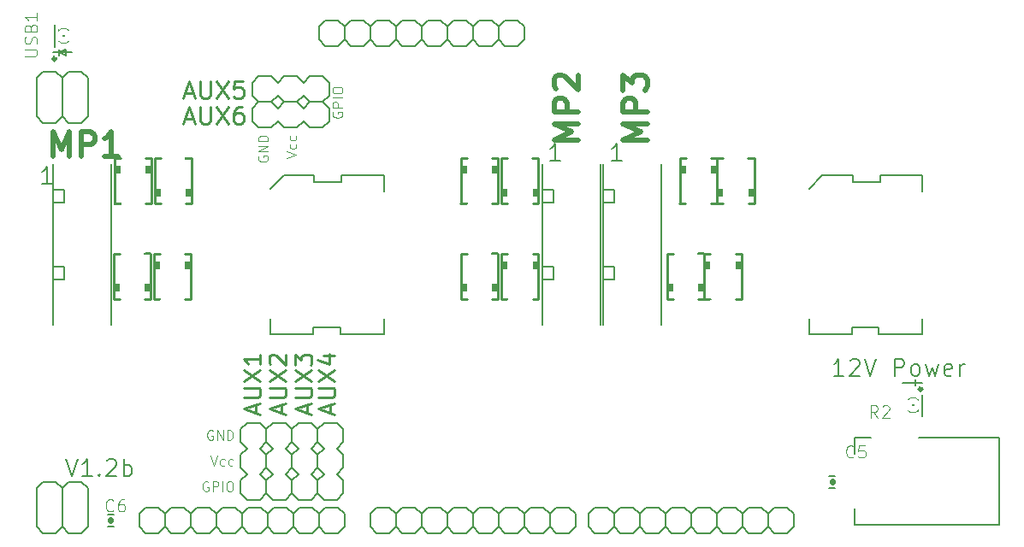
<source format=gto>
%TF.GenerationSoftware,KiCad,Pcbnew,5.1.10-88a1d61d58~90~ubuntu20.04.1*%
%TF.CreationDate,2021-08-01T14:30:54-04:00*%
%TF.ProjectId,MegaShield,4d656761-5368-4696-956c-642e6b696361,rev?*%
%TF.SameCoordinates,Original*%
%TF.FileFunction,Legend,Top*%
%TF.FilePolarity,Positive*%
%FSLAX46Y46*%
G04 Gerber Fmt 4.6, Leading zero omitted, Abs format (unit mm)*
G04 Created by KiCad (PCBNEW 5.1.10-88a1d61d58~90~ubuntu20.04.1) date 2021-08-01 14:30:54*
%MOMM*%
%LPD*%
G01*
G04 APERTURE LIST*
%ADD10C,0.266700*%
%ADD11C,0.142240*%
%ADD12C,0.508000*%
%ADD13C,0.101600*%
%ADD14C,0.152400*%
%ADD15C,0.304800*%
%ADD16C,0.127000*%
%ADD17C,0.100000*%
%ADD18C,0.203200*%
%ADD19C,0.254000*%
%ADD20C,0.558800*%
%ADD21C,0.096520*%
G04 APERTURE END LIST*
D10*
X124290566Y-118308511D02*
X124290566Y-117504178D01*
X124773166Y-118469378D02*
X123084066Y-117906345D01*
X124773166Y-117343311D01*
X123084066Y-116780278D02*
X124451433Y-116780278D01*
X124612300Y-116699845D01*
X124692733Y-116619411D01*
X124773166Y-116458545D01*
X124773166Y-116136811D01*
X124692733Y-115975945D01*
X124612300Y-115895511D01*
X124451433Y-115815078D01*
X123084066Y-115815078D01*
X123084066Y-115171611D02*
X124773166Y-114045545D01*
X123084066Y-114045545D02*
X124773166Y-115171611D01*
X124773166Y-112517311D02*
X124773166Y-113482511D01*
X124773166Y-112999911D02*
X123084066Y-112999911D01*
X123325366Y-113160778D01*
X123486233Y-113321645D01*
X123566666Y-113482511D01*
X126830566Y-118308511D02*
X126830566Y-117504178D01*
X127313166Y-118469378D02*
X125624066Y-117906345D01*
X127313166Y-117343311D01*
X125624066Y-116780278D02*
X126991433Y-116780278D01*
X127152300Y-116699845D01*
X127232733Y-116619411D01*
X127313166Y-116458545D01*
X127313166Y-116136811D01*
X127232733Y-115975945D01*
X127152300Y-115895511D01*
X126991433Y-115815078D01*
X125624066Y-115815078D01*
X125624066Y-115171611D02*
X127313166Y-114045545D01*
X125624066Y-114045545D02*
X127313166Y-115171611D01*
X125784933Y-113482511D02*
X125704500Y-113402078D01*
X125624066Y-113241211D01*
X125624066Y-112839045D01*
X125704500Y-112678178D01*
X125784933Y-112597745D01*
X125945800Y-112517311D01*
X126106666Y-112517311D01*
X126347966Y-112597745D01*
X127313166Y-113562945D01*
X127313166Y-112517311D01*
X129370566Y-118308511D02*
X129370566Y-117504178D01*
X129853166Y-118469378D02*
X128164066Y-117906345D01*
X129853166Y-117343311D01*
X128164066Y-116780278D02*
X129531433Y-116780278D01*
X129692300Y-116699845D01*
X129772733Y-116619411D01*
X129853166Y-116458545D01*
X129853166Y-116136811D01*
X129772733Y-115975945D01*
X129692300Y-115895511D01*
X129531433Y-115815078D01*
X128164066Y-115815078D01*
X128164066Y-115171611D02*
X129853166Y-114045545D01*
X128164066Y-114045545D02*
X129853166Y-115171611D01*
X128164066Y-113562945D02*
X128164066Y-112517311D01*
X128807533Y-113080345D01*
X128807533Y-112839045D01*
X128887966Y-112678178D01*
X128968400Y-112597745D01*
X129129266Y-112517311D01*
X129531433Y-112517311D01*
X129692300Y-112597745D01*
X129772733Y-112678178D01*
X129853166Y-112839045D01*
X129853166Y-113321645D01*
X129772733Y-113482511D01*
X129692300Y-113562945D01*
X131656566Y-118308511D02*
X131656566Y-117504178D01*
X132139166Y-118469378D02*
X130450066Y-117906345D01*
X132139166Y-117343311D01*
X130450066Y-116780278D02*
X131817433Y-116780278D01*
X131978300Y-116699845D01*
X132058733Y-116619411D01*
X132139166Y-116458545D01*
X132139166Y-116136811D01*
X132058733Y-115975945D01*
X131978300Y-115895511D01*
X131817433Y-115815078D01*
X130450066Y-115815078D01*
X130450066Y-115171611D02*
X132139166Y-114045545D01*
X130450066Y-114045545D02*
X132139166Y-115171611D01*
X131013100Y-112678178D02*
X132139166Y-112678178D01*
X130369633Y-113080345D02*
X131576133Y-113482511D01*
X131576133Y-112436878D01*
X117297311Y-89195666D02*
X118101645Y-89195666D01*
X117136445Y-89678266D02*
X117699478Y-87989166D01*
X118262511Y-89678266D01*
X118825545Y-87989166D02*
X118825545Y-89356533D01*
X118905978Y-89517400D01*
X118986411Y-89597833D01*
X119147278Y-89678266D01*
X119469011Y-89678266D01*
X119629878Y-89597833D01*
X119710311Y-89517400D01*
X119790745Y-89356533D01*
X119790745Y-87989166D01*
X120434211Y-87989166D02*
X121560278Y-89678266D01*
X121560278Y-87989166D02*
X120434211Y-89678266D01*
X122927645Y-87989166D02*
X122605911Y-87989166D01*
X122445045Y-88069600D01*
X122364611Y-88150033D01*
X122203745Y-88391333D01*
X122123311Y-88713066D01*
X122123311Y-89356533D01*
X122203745Y-89517400D01*
X122284178Y-89597833D01*
X122445045Y-89678266D01*
X122766778Y-89678266D01*
X122927645Y-89597833D01*
X123008078Y-89517400D01*
X123088511Y-89356533D01*
X123088511Y-88954366D01*
X123008078Y-88793500D01*
X122927645Y-88713066D01*
X122766778Y-88632633D01*
X122445045Y-88632633D01*
X122284178Y-88713066D01*
X122203745Y-88793500D01*
X122123311Y-88954366D01*
X117297311Y-86655666D02*
X118101645Y-86655666D01*
X117136445Y-87138266D02*
X117699478Y-85449166D01*
X118262511Y-87138266D01*
X118825545Y-85449166D02*
X118825545Y-86816533D01*
X118905978Y-86977400D01*
X118986411Y-87057833D01*
X119147278Y-87138266D01*
X119469011Y-87138266D01*
X119629878Y-87057833D01*
X119710311Y-86977400D01*
X119790745Y-86816533D01*
X119790745Y-85449166D01*
X120434211Y-85449166D02*
X121560278Y-87138266D01*
X121560278Y-85449166D02*
X120434211Y-87138266D01*
X123008078Y-85449166D02*
X122203745Y-85449166D01*
X122123311Y-86253500D01*
X122203745Y-86173066D01*
X122364611Y-86092633D01*
X122766778Y-86092633D01*
X122927645Y-86173066D01*
X123008078Y-86253500D01*
X123088511Y-86414366D01*
X123088511Y-86816533D01*
X123008078Y-86977400D01*
X122927645Y-87057833D01*
X122766778Y-87138266D01*
X122364611Y-87138266D01*
X122203745Y-87057833D01*
X122123311Y-86977400D01*
D11*
X105547318Y-122912198D02*
X106110352Y-124601298D01*
X106673385Y-122912198D01*
X108121185Y-124601298D02*
X107155985Y-124601298D01*
X107638585Y-124601298D02*
X107638585Y-122912198D01*
X107477718Y-123153498D01*
X107316852Y-123314365D01*
X107155985Y-123394798D01*
X108845085Y-124440432D02*
X108925518Y-124520865D01*
X108845085Y-124601298D01*
X108764652Y-124520865D01*
X108845085Y-124440432D01*
X108845085Y-124601298D01*
X109568985Y-123073065D02*
X109649418Y-122992632D01*
X109810285Y-122912198D01*
X110212452Y-122912198D01*
X110373318Y-122992632D01*
X110453752Y-123073065D01*
X110534185Y-123233932D01*
X110534185Y-123394798D01*
X110453752Y-123636098D01*
X109488552Y-124601298D01*
X110534185Y-124601298D01*
X111258085Y-124601298D02*
X111258085Y-122912198D01*
X111258085Y-123555665D02*
X111418952Y-123475232D01*
X111740685Y-123475232D01*
X111901552Y-123555665D01*
X111981985Y-123636098D01*
X112062418Y-123796965D01*
X112062418Y-124279565D01*
X111981985Y-124440432D01*
X111901552Y-124520865D01*
X111740685Y-124601298D01*
X111418952Y-124601298D01*
X111258085Y-124520865D01*
X182485264Y-114648098D02*
X181520064Y-114648098D01*
X182002664Y-114648098D02*
X182002664Y-112958998D01*
X181841797Y-113200298D01*
X181680931Y-113361165D01*
X181520064Y-113441598D01*
X183128731Y-113119865D02*
X183209164Y-113039432D01*
X183370031Y-112958998D01*
X183772197Y-112958998D01*
X183933064Y-113039432D01*
X184013497Y-113119865D01*
X184093931Y-113280732D01*
X184093931Y-113441598D01*
X184013497Y-113682898D01*
X183048297Y-114648098D01*
X184093931Y-114648098D01*
X184576531Y-112958998D02*
X185139564Y-114648098D01*
X185702597Y-112958998D01*
X187552564Y-114648098D02*
X187552564Y-112958998D01*
X188196031Y-112958998D01*
X188356897Y-113039432D01*
X188437331Y-113119865D01*
X188517764Y-113280732D01*
X188517764Y-113522032D01*
X188437331Y-113682898D01*
X188356897Y-113763332D01*
X188196031Y-113843765D01*
X187552564Y-113843765D01*
X189482964Y-114648098D02*
X189322097Y-114567665D01*
X189241664Y-114487232D01*
X189161231Y-114326365D01*
X189161231Y-113843765D01*
X189241664Y-113682898D01*
X189322097Y-113602465D01*
X189482964Y-113522032D01*
X189724264Y-113522032D01*
X189885131Y-113602465D01*
X189965564Y-113682898D01*
X190045997Y-113843765D01*
X190045997Y-114326365D01*
X189965564Y-114487232D01*
X189885131Y-114567665D01*
X189724264Y-114648098D01*
X189482964Y-114648098D01*
X190609031Y-113522032D02*
X190930764Y-114648098D01*
X191252497Y-113843765D01*
X191574231Y-114648098D01*
X191895964Y-113522032D01*
X193182897Y-114567665D02*
X193022031Y-114648098D01*
X192700297Y-114648098D01*
X192539431Y-114567665D01*
X192458997Y-114406798D01*
X192458997Y-113763332D01*
X192539431Y-113602465D01*
X192700297Y-113522032D01*
X193022031Y-113522032D01*
X193182897Y-113602465D01*
X193263331Y-113763332D01*
X193263331Y-113924198D01*
X192458997Y-114085065D01*
X193987231Y-114648098D02*
X193987231Y-113522032D01*
X193987231Y-113843765D02*
X194067664Y-113682898D01*
X194148097Y-113602465D01*
X194308964Y-113522032D01*
X194469831Y-113522032D01*
D12*
X104270988Y-92885111D02*
X104270988Y-90472111D01*
X105075322Y-92195682D01*
X105879655Y-90472111D01*
X105879655Y-92885111D01*
X107028703Y-92885111D02*
X107028703Y-90472111D01*
X107947941Y-90472111D01*
X108177750Y-90587016D01*
X108292655Y-90701920D01*
X108407560Y-90931730D01*
X108407560Y-91276444D01*
X108292655Y-91506254D01*
X108177750Y-91621158D01*
X107947941Y-91736063D01*
X107028703Y-91736063D01*
X110705655Y-92885111D02*
X109326798Y-92885111D01*
X110016226Y-92885111D02*
X110016226Y-90472111D01*
X109786417Y-90816825D01*
X109556607Y-91046635D01*
X109326798Y-91161539D01*
X156247388Y-91273598D02*
X153834388Y-91273598D01*
X155557959Y-90469264D01*
X153834388Y-89664931D01*
X156247388Y-89664931D01*
X156247388Y-88515883D02*
X153834388Y-88515883D01*
X153834388Y-87596645D01*
X153949293Y-87366836D01*
X154064197Y-87251931D01*
X154294007Y-87137026D01*
X154638721Y-87137026D01*
X154868531Y-87251931D01*
X154983435Y-87366836D01*
X155098340Y-87596645D01*
X155098340Y-88515883D01*
X154064197Y-86217788D02*
X153949293Y-86102883D01*
X153834388Y-85873074D01*
X153834388Y-85298550D01*
X153949293Y-85068741D01*
X154064197Y-84953836D01*
X154294007Y-84838931D01*
X154523816Y-84838931D01*
X154868531Y-84953836D01*
X156247388Y-86332693D01*
X156247388Y-84838931D01*
X163062585Y-91290433D02*
X160649585Y-91290433D01*
X162373156Y-90486099D01*
X160649585Y-89681766D01*
X163062585Y-89681766D01*
X163062585Y-88532718D02*
X160649585Y-88532718D01*
X160649585Y-87613480D01*
X160764490Y-87383671D01*
X160879394Y-87268766D01*
X161109204Y-87153861D01*
X161453918Y-87153861D01*
X161683728Y-87268766D01*
X161798632Y-87383671D01*
X161913537Y-87613480D01*
X161913537Y-88532718D01*
X160649585Y-86349528D02*
X160649585Y-84855766D01*
X161568823Y-85660099D01*
X161568823Y-85315385D01*
X161683728Y-85085576D01*
X161798632Y-84970671D01*
X162028442Y-84855766D01*
X162602966Y-84855766D01*
X162832775Y-84970671D01*
X162947680Y-85085576D01*
X163062585Y-85315385D01*
X163062585Y-86004814D01*
X162947680Y-86234623D01*
X162832775Y-86349528D01*
D11*
X104134989Y-95609166D02*
X103169789Y-95609166D01*
X103652389Y-95609166D02*
X103652389Y-93920066D01*
X103491522Y-94161366D01*
X103330656Y-94322233D01*
X103169789Y-94402666D01*
X160522989Y-93323166D02*
X159557789Y-93323166D01*
X160040389Y-93323166D02*
X160040389Y-91634066D01*
X159879522Y-91875366D01*
X159718656Y-92036233D01*
X159557789Y-92116666D01*
X154426989Y-93323166D02*
X153461789Y-93323166D01*
X153944389Y-93323166D02*
X153944389Y-91634066D01*
X153783522Y-91875366D01*
X153622656Y-92036233D01*
X153461789Y-92116666D01*
D13*
X124599600Y-92881811D02*
X124553638Y-92973735D01*
X124553638Y-93111620D01*
X124599600Y-93249506D01*
X124691523Y-93341430D01*
X124783447Y-93387392D01*
X124967295Y-93433354D01*
X125105180Y-93433354D01*
X125289028Y-93387392D01*
X125380952Y-93341430D01*
X125472876Y-93249506D01*
X125518838Y-93111620D01*
X125518838Y-93019697D01*
X125472876Y-92881811D01*
X125426914Y-92835849D01*
X125105180Y-92835849D01*
X125105180Y-93019697D01*
X125518838Y-92422192D02*
X124553638Y-92422192D01*
X125518838Y-91870649D01*
X124553638Y-91870649D01*
X125518838Y-91411030D02*
X124553638Y-91411030D01*
X124553638Y-91181220D01*
X124599600Y-91043335D01*
X124691523Y-90951411D01*
X124783447Y-90905449D01*
X124967295Y-90859487D01*
X125105180Y-90859487D01*
X125289028Y-90905449D01*
X125380952Y-90951411D01*
X125472876Y-91043335D01*
X125518838Y-91181220D01*
X125518838Y-91411030D01*
X127347638Y-93065659D02*
X128312838Y-92743925D01*
X127347638Y-92422192D01*
X128266876Y-91686801D02*
X128312838Y-91778725D01*
X128312838Y-91962573D01*
X128266876Y-92054497D01*
X128220914Y-92100459D01*
X128128990Y-92146420D01*
X127853219Y-92146420D01*
X127761295Y-92100459D01*
X127715333Y-92054497D01*
X127669371Y-91962573D01*
X127669371Y-91778725D01*
X127715333Y-91686801D01*
X128266876Y-90859487D02*
X128312838Y-90951411D01*
X128312838Y-91135259D01*
X128266876Y-91227182D01*
X128220914Y-91273144D01*
X128128990Y-91319106D01*
X127853219Y-91319106D01*
X127761295Y-91273144D01*
X127715333Y-91227182D01*
X127669371Y-91135259D01*
X127669371Y-90951411D01*
X127715333Y-90859487D01*
X120041388Y-120073600D02*
X119949464Y-120027638D01*
X119811579Y-120027638D01*
X119673693Y-120073600D01*
X119581769Y-120165523D01*
X119535807Y-120257447D01*
X119489845Y-120441295D01*
X119489845Y-120579180D01*
X119535807Y-120763028D01*
X119581769Y-120854952D01*
X119673693Y-120946876D01*
X119811579Y-120992838D01*
X119903502Y-120992838D01*
X120041388Y-120946876D01*
X120087350Y-120900914D01*
X120087350Y-120579180D01*
X119903502Y-120579180D01*
X120501007Y-120992838D02*
X120501007Y-120027638D01*
X121052550Y-120992838D01*
X121052550Y-120027638D01*
X121512169Y-120992838D02*
X121512169Y-120027638D01*
X121741979Y-120027638D01*
X121879864Y-120073600D01*
X121971788Y-120165523D01*
X122017750Y-120257447D01*
X122063712Y-120441295D01*
X122063712Y-120579180D01*
X122017750Y-120763028D01*
X121971788Y-120854952D01*
X121879864Y-120946876D01*
X121741979Y-120992838D01*
X121512169Y-120992838D01*
X119857540Y-122567638D02*
X120179274Y-123532838D01*
X120501007Y-122567638D01*
X121236398Y-123486876D02*
X121144474Y-123532838D01*
X120960626Y-123532838D01*
X120868702Y-123486876D01*
X120822740Y-123440914D01*
X120776779Y-123348990D01*
X120776779Y-123073219D01*
X120822740Y-122981295D01*
X120868702Y-122935333D01*
X120960626Y-122889371D01*
X121144474Y-122889371D01*
X121236398Y-122935333D01*
X122063712Y-123486876D02*
X121971788Y-123532838D01*
X121787940Y-123532838D01*
X121696017Y-123486876D01*
X121650055Y-123440914D01*
X121604093Y-123348990D01*
X121604093Y-123073219D01*
X121650055Y-122981295D01*
X121696017Y-122935333D01*
X121787940Y-122889371D01*
X121971788Y-122889371D01*
X122063712Y-122935333D01*
X119581769Y-125153600D02*
X119489845Y-125107638D01*
X119351960Y-125107638D01*
X119214074Y-125153600D01*
X119122150Y-125245523D01*
X119076188Y-125337447D01*
X119030226Y-125521295D01*
X119030226Y-125659180D01*
X119076188Y-125843028D01*
X119122150Y-125934952D01*
X119214074Y-126026876D01*
X119351960Y-126072838D01*
X119443883Y-126072838D01*
X119581769Y-126026876D01*
X119627731Y-125980914D01*
X119627731Y-125659180D01*
X119443883Y-125659180D01*
X120041388Y-126072838D02*
X120041388Y-125107638D01*
X120409083Y-125107638D01*
X120501007Y-125153600D01*
X120546969Y-125199561D01*
X120592931Y-125291485D01*
X120592931Y-125429371D01*
X120546969Y-125521295D01*
X120501007Y-125567257D01*
X120409083Y-125613219D01*
X120041388Y-125613219D01*
X121006588Y-126072838D02*
X121006588Y-125107638D01*
X121650055Y-125107638D02*
X121833902Y-125107638D01*
X121925826Y-125153600D01*
X122017750Y-125245523D01*
X122063712Y-125429371D01*
X122063712Y-125751104D01*
X122017750Y-125934952D01*
X121925826Y-126026876D01*
X121833902Y-126072838D01*
X121650055Y-126072838D01*
X121558131Y-126026876D01*
X121466207Y-125934952D01*
X121420245Y-125751104D01*
X121420245Y-125429371D01*
X121466207Y-125245523D01*
X121558131Y-125153600D01*
X121650055Y-125107638D01*
X131965600Y-88515430D02*
X131919638Y-88607354D01*
X131919638Y-88745240D01*
X131965600Y-88883125D01*
X132057523Y-88975049D01*
X132149447Y-89021011D01*
X132333295Y-89066973D01*
X132471180Y-89066973D01*
X132655028Y-89021011D01*
X132746952Y-88975049D01*
X132838876Y-88883125D01*
X132884838Y-88745240D01*
X132884838Y-88653316D01*
X132838876Y-88515430D01*
X132792914Y-88469468D01*
X132471180Y-88469468D01*
X132471180Y-88653316D01*
X132884838Y-88055811D02*
X131919638Y-88055811D01*
X131919638Y-87688116D01*
X131965600Y-87596192D01*
X132011561Y-87550230D01*
X132103485Y-87504268D01*
X132241371Y-87504268D01*
X132333295Y-87550230D01*
X132379257Y-87596192D01*
X132425219Y-87688116D01*
X132425219Y-88055811D01*
X132884838Y-87090611D02*
X131919638Y-87090611D01*
X131919638Y-86447144D02*
X131919638Y-86263297D01*
X131965600Y-86171373D01*
X132057523Y-86079449D01*
X132241371Y-86033487D01*
X132563104Y-86033487D01*
X132746952Y-86079449D01*
X132838876Y-86171373D01*
X132884838Y-86263297D01*
X132884838Y-86447144D01*
X132838876Y-86539068D01*
X132746952Y-86630992D01*
X132563104Y-86676954D01*
X132241371Y-86676954D01*
X132057523Y-86630992D01*
X131965600Y-86539068D01*
X131919638Y-86447144D01*
D14*
X190258600Y-115311100D02*
X189623600Y-115311100D01*
X189623600Y-114993600D02*
X189623600Y-115311100D01*
X189623600Y-115311100D02*
X189623600Y-115628600D01*
X189623600Y-115311100D02*
X188353600Y-115311100D01*
D15*
X190252250Y-115946100D02*
G75*
G03*
X190252250Y-115946100I-152400J0D01*
G01*
D14*
X104216100Y-82608600D02*
X104851100Y-82608600D01*
X104851100Y-82291100D02*
X104851100Y-82608600D01*
X104851100Y-82608600D02*
X104851100Y-82926100D01*
X104851100Y-82608600D02*
X105486100Y-82291100D01*
X105486100Y-82291100D02*
X105486100Y-82926100D01*
X104851100Y-82608600D02*
X105486100Y-82926100D01*
X104851100Y-82608600D02*
X106121100Y-82608600D01*
D15*
X104527250Y-83243600D02*
G75*
G03*
X104527250Y-83243600I-152400J0D01*
G01*
D14*
%TO.C,PWML1*%
X155333600Y-130233600D02*
X154063600Y-130233600D01*
X153428600Y-129598600D02*
X154063600Y-130233600D01*
X154063600Y-127693600D02*
X153428600Y-128328600D01*
X155968600Y-129598600D02*
X155333600Y-130233600D01*
X155968600Y-128328600D02*
X155968600Y-129598600D01*
X155333600Y-127693600D02*
X155968600Y-128328600D01*
X154063600Y-127693600D02*
X155333600Y-127693600D01*
X137553600Y-130233600D02*
X136283600Y-130233600D01*
X135648600Y-129598600D02*
X136283600Y-130233600D01*
X136283600Y-127693600D02*
X135648600Y-128328600D01*
X135648600Y-128328600D02*
X135648600Y-129598600D01*
X138823600Y-130233600D02*
X138188600Y-129598600D01*
X140093600Y-130233600D02*
X138823600Y-130233600D01*
X140728600Y-129598600D02*
X140093600Y-130233600D01*
X140728600Y-128328600D02*
X140728600Y-129598600D01*
X140093600Y-127693600D02*
X140728600Y-128328600D01*
X138823600Y-127693600D02*
X140093600Y-127693600D01*
X138188600Y-128328600D02*
X138823600Y-127693600D01*
X138188600Y-129598600D02*
X137553600Y-130233600D01*
X138188600Y-128328600D02*
X138188600Y-129598600D01*
X137553600Y-127693600D02*
X138188600Y-128328600D01*
X136283600Y-127693600D02*
X137553600Y-127693600D01*
X145173600Y-130233600D02*
X143903600Y-130233600D01*
X143268600Y-129598600D02*
X143903600Y-130233600D01*
X143903600Y-127693600D02*
X143268600Y-128328600D01*
X141363600Y-130233600D02*
X140728600Y-129598600D01*
X142633600Y-130233600D02*
X141363600Y-130233600D01*
X143268600Y-129598600D02*
X142633600Y-130233600D01*
X143268600Y-128328600D02*
X143268600Y-129598600D01*
X142633600Y-127693600D02*
X143268600Y-128328600D01*
X141363600Y-127693600D02*
X142633600Y-127693600D01*
X140728600Y-128328600D02*
X141363600Y-127693600D01*
X146443600Y-130233600D02*
X145808600Y-129598600D01*
X147713600Y-130233600D02*
X146443600Y-130233600D01*
X148348600Y-129598600D02*
X147713600Y-130233600D01*
X148348600Y-128328600D02*
X148348600Y-129598600D01*
X147713600Y-127693600D02*
X148348600Y-128328600D01*
X146443600Y-127693600D02*
X147713600Y-127693600D01*
X145808600Y-128328600D02*
X146443600Y-127693600D01*
X145808600Y-129598600D02*
X145173600Y-130233600D01*
X145808600Y-128328600D02*
X145808600Y-129598600D01*
X145173600Y-127693600D02*
X145808600Y-128328600D01*
X143903600Y-127693600D02*
X145173600Y-127693600D01*
X152793600Y-130233600D02*
X151523600Y-130233600D01*
X150888600Y-129598600D02*
X151523600Y-130233600D01*
X151523600Y-127693600D02*
X150888600Y-128328600D01*
X148983600Y-130233600D02*
X148348600Y-129598600D01*
X150253600Y-130233600D02*
X148983600Y-130233600D01*
X150888600Y-129598600D02*
X150253600Y-130233600D01*
X150888600Y-128328600D02*
X150888600Y-129598600D01*
X150253600Y-127693600D02*
X150888600Y-128328600D01*
X148983600Y-127693600D02*
X150253600Y-127693600D01*
X148348600Y-128328600D02*
X148983600Y-127693600D01*
X153428600Y-129598600D02*
X152793600Y-130233600D01*
X153428600Y-128328600D02*
X153428600Y-129598600D01*
X152793600Y-127693600D02*
X153428600Y-128328600D01*
X151523600Y-127693600D02*
X152793600Y-127693600D01*
%TO.C,PWMH1*%
X176923600Y-130233600D02*
X175653600Y-130233600D01*
X175018600Y-129598600D02*
X175653600Y-130233600D01*
X175653600Y-127693600D02*
X175018600Y-128328600D01*
X177558600Y-129598600D02*
X176923600Y-130233600D01*
X177558600Y-128328600D02*
X177558600Y-129598600D01*
X176923600Y-127693600D02*
X177558600Y-128328600D01*
X175653600Y-127693600D02*
X176923600Y-127693600D01*
X159143600Y-130233600D02*
X157873600Y-130233600D01*
X157238600Y-129598600D02*
X157873600Y-130233600D01*
X157873600Y-127693600D02*
X157238600Y-128328600D01*
X157238600Y-128328600D02*
X157238600Y-129598600D01*
X160413600Y-130233600D02*
X159778600Y-129598600D01*
X161683600Y-130233600D02*
X160413600Y-130233600D01*
X162318600Y-129598600D02*
X161683600Y-130233600D01*
X162318600Y-128328600D02*
X162318600Y-129598600D01*
X161683600Y-127693600D02*
X162318600Y-128328600D01*
X160413600Y-127693600D02*
X161683600Y-127693600D01*
X159778600Y-128328600D02*
X160413600Y-127693600D01*
X159778600Y-129598600D02*
X159143600Y-130233600D01*
X159778600Y-128328600D02*
X159778600Y-129598600D01*
X159143600Y-127693600D02*
X159778600Y-128328600D01*
X157873600Y-127693600D02*
X159143600Y-127693600D01*
X166763600Y-130233600D02*
X165493600Y-130233600D01*
X164858600Y-129598600D02*
X165493600Y-130233600D01*
X165493600Y-127693600D02*
X164858600Y-128328600D01*
X162953600Y-130233600D02*
X162318600Y-129598600D01*
X164223600Y-130233600D02*
X162953600Y-130233600D01*
X164858600Y-129598600D02*
X164223600Y-130233600D01*
X164858600Y-128328600D02*
X164858600Y-129598600D01*
X164223600Y-127693600D02*
X164858600Y-128328600D01*
X162953600Y-127693600D02*
X164223600Y-127693600D01*
X162318600Y-128328600D02*
X162953600Y-127693600D01*
X168033600Y-130233600D02*
X167398600Y-129598600D01*
X169303600Y-130233600D02*
X168033600Y-130233600D01*
X169938600Y-129598600D02*
X169303600Y-130233600D01*
X169938600Y-128328600D02*
X169938600Y-129598600D01*
X169303600Y-127693600D02*
X169938600Y-128328600D01*
X168033600Y-127693600D02*
X169303600Y-127693600D01*
X167398600Y-128328600D02*
X168033600Y-127693600D01*
X167398600Y-129598600D02*
X166763600Y-130233600D01*
X167398600Y-128328600D02*
X167398600Y-129598600D01*
X166763600Y-127693600D02*
X167398600Y-128328600D01*
X165493600Y-127693600D02*
X166763600Y-127693600D01*
X174383600Y-130233600D02*
X173113600Y-130233600D01*
X172478600Y-129598600D02*
X173113600Y-130233600D01*
X173113600Y-127693600D02*
X172478600Y-128328600D01*
X170573600Y-130233600D02*
X169938600Y-129598600D01*
X171843600Y-130233600D02*
X170573600Y-130233600D01*
X172478600Y-129598600D02*
X171843600Y-130233600D01*
X172478600Y-128328600D02*
X172478600Y-129598600D01*
X171843600Y-127693600D02*
X172478600Y-128328600D01*
X170573600Y-127693600D02*
X171843600Y-127693600D01*
X169938600Y-128328600D02*
X170573600Y-127693600D01*
X175018600Y-129598600D02*
X174383600Y-130233600D01*
X175018600Y-128328600D02*
X175018600Y-129598600D01*
X174383600Y-127693600D02*
X175018600Y-128328600D01*
X173113600Y-127693600D02*
X174383600Y-127693600D01*
%TO.C,COMMUNICATION2*%
X132473600Y-130233600D02*
X131203600Y-130233600D01*
X130568600Y-129598600D02*
X131203600Y-130233600D01*
X131203600Y-127693600D02*
X130568600Y-128328600D01*
X133108600Y-129598600D02*
X132473600Y-130233600D01*
X133108600Y-128328600D02*
X133108600Y-129598600D01*
X132473600Y-127693600D02*
X133108600Y-128328600D01*
X131203600Y-127693600D02*
X132473600Y-127693600D01*
X114693600Y-130233600D02*
X113423600Y-130233600D01*
X112788600Y-129598600D02*
X113423600Y-130233600D01*
X113423600Y-127693600D02*
X112788600Y-128328600D01*
X112788600Y-128328600D02*
X112788600Y-129598600D01*
X115963600Y-130233600D02*
X115328600Y-129598600D01*
X117233600Y-130233600D02*
X115963600Y-130233600D01*
X117868600Y-129598600D02*
X117233600Y-130233600D01*
X117868600Y-128328600D02*
X117868600Y-129598600D01*
X117233600Y-127693600D02*
X117868600Y-128328600D01*
X115963600Y-127693600D02*
X117233600Y-127693600D01*
X115328600Y-128328600D02*
X115963600Y-127693600D01*
X115328600Y-129598600D02*
X114693600Y-130233600D01*
X115328600Y-128328600D02*
X115328600Y-129598600D01*
X114693600Y-127693600D02*
X115328600Y-128328600D01*
X113423600Y-127693600D02*
X114693600Y-127693600D01*
X122313600Y-130233600D02*
X121043600Y-130233600D01*
X120408600Y-129598600D02*
X121043600Y-130233600D01*
X121043600Y-127693600D02*
X120408600Y-128328600D01*
X118503600Y-130233600D02*
X117868600Y-129598600D01*
X119773600Y-130233600D02*
X118503600Y-130233600D01*
X120408600Y-129598600D02*
X119773600Y-130233600D01*
X120408600Y-128328600D02*
X120408600Y-129598600D01*
X119773600Y-127693600D02*
X120408600Y-128328600D01*
X118503600Y-127693600D02*
X119773600Y-127693600D01*
X117868600Y-128328600D02*
X118503600Y-127693600D01*
X123583600Y-130233600D02*
X122948600Y-129598600D01*
X124853600Y-130233600D02*
X123583600Y-130233600D01*
X125488600Y-129598600D02*
X124853600Y-130233600D01*
X125488600Y-128328600D02*
X125488600Y-129598600D01*
X124853600Y-127693600D02*
X125488600Y-128328600D01*
X123583600Y-127693600D02*
X124853600Y-127693600D01*
X122948600Y-128328600D02*
X123583600Y-127693600D01*
X122948600Y-129598600D02*
X122313600Y-130233600D01*
X122948600Y-128328600D02*
X122948600Y-129598600D01*
X122313600Y-127693600D02*
X122948600Y-128328600D01*
X121043600Y-127693600D02*
X122313600Y-127693600D01*
X129933600Y-130233600D02*
X128663600Y-130233600D01*
X128028600Y-129598600D02*
X128663600Y-130233600D01*
X128663600Y-127693600D02*
X128028600Y-128328600D01*
X126123600Y-130233600D02*
X125488600Y-129598600D01*
X127393600Y-130233600D02*
X126123600Y-130233600D01*
X128028600Y-129598600D02*
X127393600Y-130233600D01*
X128028600Y-128328600D02*
X128028600Y-129598600D01*
X127393600Y-127693600D02*
X128028600Y-128328600D01*
X126123600Y-127693600D02*
X127393600Y-127693600D01*
X125488600Y-128328600D02*
X126123600Y-127693600D01*
X130568600Y-129598600D02*
X129933600Y-130233600D01*
X130568600Y-128328600D02*
X130568600Y-129598600D01*
X129933600Y-127693600D02*
X130568600Y-128328600D01*
X128663600Y-127693600D02*
X129933600Y-127693600D01*
D16*
%TO.C,USB1*%
X104451515Y-79879189D02*
X104451515Y-82034769D01*
D17*
G36*
X104867190Y-80271907D02*
G01*
X104717190Y-80271907D01*
X104717190Y-80521907D01*
X104867190Y-80521907D01*
X104867190Y-80271907D01*
G37*
G36*
X105417190Y-80871907D02*
G01*
X105217190Y-80871907D01*
X105217190Y-81071907D01*
X105417190Y-81071907D01*
X105417190Y-80871907D01*
G37*
D13*
X104767190Y-81471907D02*
G75*
G03*
X105867190Y-81471907I550000J500000D01*
G01*
X104767190Y-80471907D02*
G75*
G02*
X105867190Y-80471907I550000J-500000D01*
G01*
D18*
%TO.C,IC1*%
X136989465Y-110471350D02*
X136989465Y-108971350D01*
X125789465Y-110471350D02*
X125789465Y-108971350D01*
X136989465Y-94871350D02*
X136989465Y-96371350D01*
X129989465Y-109871350D02*
X129989465Y-110531350D01*
X132689465Y-109871350D02*
X129989465Y-109871350D01*
X132689465Y-110531350D02*
X132689465Y-109871350D01*
X129989465Y-110531350D02*
X125789465Y-110531350D01*
X136989465Y-110531350D02*
X132689465Y-110531350D01*
X132789465Y-94811350D02*
X136989465Y-94811350D01*
X132789465Y-95471350D02*
X132789465Y-94811350D01*
X130089465Y-95471350D02*
X132789465Y-95471350D01*
X130089465Y-94811350D02*
X130089465Y-95471350D01*
X127089465Y-94811350D02*
X130089465Y-94811350D01*
X125789465Y-96111350D02*
X127089465Y-94811350D01*
D17*
%TO.C,U$3*%
G36*
X110417065Y-93856150D02*
G01*
X110417065Y-94606150D01*
X110917065Y-94606150D01*
X110917065Y-93856150D01*
X110417065Y-93856150D01*
G37*
G36*
X113417065Y-93856150D02*
G01*
X113417065Y-94606150D01*
X113917065Y-94606150D01*
X113917065Y-93856150D01*
X113417065Y-93856150D01*
G37*
D19*
X113992065Y-97606150D02*
X113417065Y-97606150D01*
X110342065Y-93106150D02*
X110917065Y-93106150D01*
X113992065Y-93106150D02*
X113417065Y-93106150D01*
X110342065Y-97606150D02*
X110342065Y-93106150D01*
X113992065Y-93106150D02*
X113992065Y-97606150D01*
X110917065Y-97606150D02*
G75*
G03*
X110342065Y-97606150I-287500J-17297803D01*
G01*
D17*
%TO.C,U$4*%
G36*
X117871412Y-96856150D02*
G01*
X117871412Y-96106150D01*
X117371412Y-96106150D01*
X117371412Y-96856150D01*
X117871412Y-96856150D01*
G37*
G36*
X114871412Y-96856150D02*
G01*
X114871412Y-96106150D01*
X114371412Y-96106150D01*
X114371412Y-96856150D01*
X114871412Y-96856150D01*
G37*
D19*
X114296412Y-93106150D02*
X114871412Y-93106150D01*
X117946412Y-97606150D02*
X117371412Y-97606150D01*
X114296412Y-97606150D02*
X114871412Y-97606150D01*
X117946412Y-93106150D02*
X117946412Y-97606150D01*
X114296412Y-97606150D02*
X114296412Y-93106150D01*
X117371412Y-93106150D02*
G75*
G03*
X117946412Y-93106150I287500J17297803D01*
G01*
D17*
%TO.C,U$5*%
G36*
X113829228Y-106304950D02*
G01*
X113829228Y-105554950D01*
X113329228Y-105554950D01*
X113329228Y-106304950D01*
X113829228Y-106304950D01*
G37*
G36*
X110829228Y-106304950D02*
G01*
X110829228Y-105554950D01*
X110329228Y-105554950D01*
X110329228Y-106304950D01*
X110829228Y-106304950D01*
G37*
D19*
X110254228Y-102554950D02*
X110829228Y-102554950D01*
X113904228Y-107054950D02*
X113329228Y-107054950D01*
X110254228Y-107054950D02*
X110829228Y-107054950D01*
X113904228Y-102554950D02*
X113904228Y-107054950D01*
X110254228Y-107054950D02*
X110254228Y-102554950D01*
X113329228Y-102554950D02*
G75*
G03*
X113904228Y-102554950I287500J17297803D01*
G01*
D17*
%TO.C,U$6*%
G36*
X114314621Y-103304950D02*
G01*
X114314621Y-104054950D01*
X114814621Y-104054950D01*
X114814621Y-103304950D01*
X114314621Y-103304950D01*
G37*
G36*
X117314621Y-103304950D02*
G01*
X117314621Y-104054950D01*
X117814621Y-104054950D01*
X117814621Y-103304950D01*
X117314621Y-103304950D01*
G37*
D19*
X117889621Y-107054950D02*
X117314621Y-107054950D01*
X114239621Y-102554950D02*
X114814621Y-102554950D01*
X117889621Y-102554950D02*
X117314621Y-102554950D01*
X114239621Y-107054950D02*
X114239621Y-102554950D01*
X117889621Y-102554950D02*
X117889621Y-107054950D01*
X114814621Y-107054950D02*
G75*
G03*
X114239621Y-107054950I-287500J-17297803D01*
G01*
D17*
%TO.C,U$7*%
G36*
X148188340Y-106304950D02*
G01*
X148188340Y-105554950D01*
X147688340Y-105554950D01*
X147688340Y-106304950D01*
X148188340Y-106304950D01*
G37*
G36*
X145188340Y-106304950D02*
G01*
X145188340Y-105554950D01*
X144688340Y-105554950D01*
X144688340Y-106304950D01*
X145188340Y-106304950D01*
G37*
D19*
X144613340Y-102554950D02*
X145188340Y-102554950D01*
X148263340Y-107054950D02*
X147688340Y-107054950D01*
X144613340Y-107054950D02*
X145188340Y-107054950D01*
X148263340Y-102554950D02*
X148263340Y-107054950D01*
X144613340Y-107054950D02*
X144613340Y-102554950D01*
X147688340Y-102554950D02*
G75*
G03*
X148263340Y-102554950I287500J17297803D01*
G01*
D17*
%TO.C,U$8*%
G36*
X148709318Y-103304950D02*
G01*
X148709318Y-104054950D01*
X149209318Y-104054950D01*
X149209318Y-103304950D01*
X148709318Y-103304950D01*
G37*
G36*
X151709318Y-103304950D02*
G01*
X151709318Y-104054950D01*
X152209318Y-104054950D01*
X152209318Y-103304950D01*
X151709318Y-103304950D01*
G37*
D19*
X152284318Y-107054950D02*
X151709318Y-107054950D01*
X148634318Y-102554950D02*
X149209318Y-102554950D01*
X152284318Y-102554950D02*
X151709318Y-102554950D01*
X148634318Y-107054950D02*
X148634318Y-102554950D01*
X152284318Y-102554950D02*
X152284318Y-107054950D01*
X149209318Y-107054950D02*
G75*
G03*
X148634318Y-107054950I-287500J-17297803D01*
G01*
D17*
%TO.C,U$9*%
G36*
X144688340Y-93856150D02*
G01*
X144688340Y-94606150D01*
X145188340Y-94606150D01*
X145188340Y-93856150D01*
X144688340Y-93856150D01*
G37*
G36*
X147688340Y-93856150D02*
G01*
X147688340Y-94606150D01*
X148188340Y-94606150D01*
X148188340Y-93856150D01*
X147688340Y-93856150D01*
G37*
D19*
X148263340Y-97606150D02*
X147688340Y-97606150D01*
X144613340Y-93106150D02*
X145188340Y-93106150D01*
X148263340Y-93106150D02*
X147688340Y-93106150D01*
X144613340Y-97606150D02*
X144613340Y-93106150D01*
X148263340Y-93106150D02*
X148263340Y-97606150D01*
X145188340Y-97606150D02*
G75*
G03*
X144613340Y-97606150I-287500J-17297803D01*
G01*
D17*
%TO.C,U$10*%
G36*
X152209318Y-96856150D02*
G01*
X152209318Y-96106150D01*
X151709318Y-96106150D01*
X151709318Y-96856150D01*
X152209318Y-96856150D01*
G37*
G36*
X149209318Y-96856150D02*
G01*
X149209318Y-96106150D01*
X148709318Y-96106150D01*
X148709318Y-96856150D01*
X149209318Y-96856150D01*
G37*
D19*
X148634318Y-93106150D02*
X149209318Y-93106150D01*
X152284318Y-97606150D02*
X151709318Y-97606150D01*
X148634318Y-97606150D02*
X149209318Y-97606150D01*
X152284318Y-93106150D02*
X152284318Y-97606150D01*
X148634318Y-97606150D02*
X148634318Y-93106150D01*
X151709318Y-93106150D02*
G75*
G03*
X152284318Y-93106150I287500J17297803D01*
G01*
D18*
%TO.C,J1*%
X185147390Y-120792725D02*
X183547390Y-120792725D01*
X197847390Y-120792725D02*
X189897390Y-120792725D01*
X183547390Y-120792725D02*
X183547390Y-122392725D01*
X183547390Y-127792725D02*
X183547390Y-129392725D01*
X183547390Y-129392725D02*
X197847390Y-129392725D01*
X197847390Y-129392725D02*
X197847390Y-120792725D01*
D16*
%TO.C,U$1*%
X105371556Y-105135150D02*
X104274556Y-105135150D01*
X105371556Y-103865150D02*
X105371556Y-105135150D01*
X104274556Y-103865150D02*
X105371556Y-103865150D01*
X105371556Y-97515150D02*
X104274556Y-97515150D01*
X105371556Y-96245150D02*
X105371556Y-97515150D01*
X104274556Y-96245150D02*
X105371556Y-96245150D01*
X104274556Y-105135150D02*
X104274556Y-109580150D01*
X104274556Y-103865150D02*
X104274556Y-105135150D01*
X104274556Y-97515150D02*
X104274556Y-103865150D01*
X104274556Y-96245150D02*
X104274556Y-97515150D01*
X104274556Y-93705150D02*
X104274556Y-96245150D01*
X110024556Y-93705150D02*
X110024556Y-109580150D01*
%TO.C,U$12*%
X153768209Y-105135150D02*
X152671209Y-105135150D01*
X153768209Y-103865150D02*
X153768209Y-105135150D01*
X152671209Y-103865150D02*
X153768209Y-103865150D01*
X153768209Y-97515150D02*
X152671209Y-97515150D01*
X153768209Y-96245150D02*
X153768209Y-97515150D01*
X152671209Y-96245150D02*
X153768209Y-96245150D01*
X152671209Y-105135150D02*
X152671209Y-109580150D01*
X152671209Y-103865150D02*
X152671209Y-105135150D01*
X152671209Y-97515150D02*
X152671209Y-103865150D01*
X152671209Y-96245150D02*
X152671209Y-97515150D01*
X152671209Y-93705150D02*
X152671209Y-96245150D01*
X158421209Y-93705150D02*
X158421209Y-109580150D01*
D18*
%TO.C,J2*%
X132340740Y-126931600D02*
X131070740Y-126931600D01*
X130435740Y-121216600D02*
X130435740Y-119946600D01*
X131070740Y-119311600D02*
X130435740Y-119946600D01*
X132975740Y-119946600D02*
X132340740Y-119311600D01*
X132340740Y-119311600D02*
X131070740Y-119311600D01*
X130435740Y-122486600D02*
X131070740Y-121851600D01*
X130435740Y-123756600D02*
X130435740Y-122486600D01*
X131070740Y-124391600D02*
X130435740Y-123756600D01*
X132975740Y-123756600D02*
X132340740Y-124391600D01*
X132975740Y-122486600D02*
X132975740Y-123756600D01*
X132340740Y-121851600D02*
X132975740Y-122486600D01*
X131070740Y-121851600D02*
X130435740Y-121216600D01*
X132975740Y-121216600D02*
X132340740Y-121851600D01*
X132975740Y-119946600D02*
X132975740Y-121216600D01*
X130435740Y-125026600D02*
X131070740Y-124391600D01*
X130435740Y-126296600D02*
X130435740Y-125026600D01*
X131070740Y-126931600D02*
X130435740Y-126296600D01*
X132975740Y-126296600D02*
X132340740Y-126931600D01*
X132975740Y-125026600D02*
X132975740Y-126296600D01*
X132340740Y-124391600D02*
X132975740Y-125026600D01*
%TO.C,J3*%
X127260740Y-126931600D02*
X125990740Y-126931600D01*
X125355740Y-121216600D02*
X125355740Y-119946600D01*
X125990740Y-119311600D02*
X125355740Y-119946600D01*
X127895740Y-119946600D02*
X127260740Y-119311600D01*
X127260740Y-119311600D02*
X125990740Y-119311600D01*
X125355740Y-122486600D02*
X125990740Y-121851600D01*
X125355740Y-123756600D02*
X125355740Y-122486600D01*
X125990740Y-124391600D02*
X125355740Y-123756600D01*
X127895740Y-123756600D02*
X127260740Y-124391600D01*
X127895740Y-122486600D02*
X127895740Y-123756600D01*
X127260740Y-121851600D02*
X127895740Y-122486600D01*
X125990740Y-121851600D02*
X125355740Y-121216600D01*
X127895740Y-121216600D02*
X127260740Y-121851600D01*
X127895740Y-119946600D02*
X127895740Y-121216600D01*
X125355740Y-125026600D02*
X125990740Y-124391600D01*
X125355740Y-126296600D02*
X125355740Y-125026600D01*
X125990740Y-126931600D02*
X125355740Y-126296600D01*
X127895740Y-126296600D02*
X127260740Y-126931600D01*
X127895740Y-125026600D02*
X127895740Y-126296600D01*
X127260740Y-124391600D02*
X127895740Y-125026600D01*
%TO.C,J4*%
X124720740Y-126931600D02*
X123450740Y-126931600D01*
X122815740Y-121216600D02*
X122815740Y-119946600D01*
X123450740Y-119311600D02*
X122815740Y-119946600D01*
X125355740Y-119946600D02*
X124720740Y-119311600D01*
X124720740Y-119311600D02*
X123450740Y-119311600D01*
X122815740Y-122486600D02*
X123450740Y-121851600D01*
X122815740Y-123756600D02*
X122815740Y-122486600D01*
X123450740Y-124391600D02*
X122815740Y-123756600D01*
X125355740Y-123756600D02*
X124720740Y-124391600D01*
X125355740Y-122486600D02*
X125355740Y-123756600D01*
X124720740Y-121851600D02*
X125355740Y-122486600D01*
X123450740Y-121851600D02*
X122815740Y-121216600D01*
X125355740Y-121216600D02*
X124720740Y-121851600D01*
X125355740Y-119946600D02*
X125355740Y-121216600D01*
X122815740Y-125026600D02*
X123450740Y-124391600D01*
X122815740Y-126296600D02*
X122815740Y-125026600D01*
X123450740Y-126931600D02*
X122815740Y-126296600D01*
X125355740Y-126296600D02*
X124720740Y-126931600D01*
X125355740Y-125026600D02*
X125355740Y-126296600D01*
X124720740Y-124391600D02*
X125355740Y-125026600D01*
%TO.C,J5*%
X129800740Y-126931600D02*
X128530740Y-126931600D01*
X127895740Y-121216600D02*
X127895740Y-119946600D01*
X128530740Y-119311600D02*
X127895740Y-119946600D01*
X130435740Y-119946600D02*
X129800740Y-119311600D01*
X129800740Y-119311600D02*
X128530740Y-119311600D01*
X127895740Y-122486600D02*
X128530740Y-121851600D01*
X127895740Y-123756600D02*
X127895740Y-122486600D01*
X128530740Y-124391600D02*
X127895740Y-123756600D01*
X130435740Y-123756600D02*
X129800740Y-124391600D01*
X130435740Y-122486600D02*
X130435740Y-123756600D01*
X129800740Y-121851600D02*
X130435740Y-122486600D01*
X128530740Y-121851600D02*
X127895740Y-121216600D01*
X130435740Y-121216600D02*
X129800740Y-121851600D01*
X130435740Y-119946600D02*
X130435740Y-121216600D01*
X127895740Y-125026600D02*
X128530740Y-124391600D01*
X127895740Y-126296600D02*
X127895740Y-125026600D01*
X128530740Y-126931600D02*
X127895740Y-126296600D01*
X130435740Y-126296600D02*
X129800740Y-126931600D01*
X130435740Y-125026600D02*
X130435740Y-126296600D01*
X129800740Y-124391600D02*
X130435740Y-125026600D01*
%TO.C,IC2*%
X190286009Y-110471350D02*
X190286009Y-108971350D01*
X179086009Y-110471350D02*
X179086009Y-108971350D01*
X190286009Y-94871350D02*
X190286009Y-96371350D01*
X183286009Y-109871350D02*
X183286009Y-110531350D01*
X185986009Y-109871350D02*
X183286009Y-109871350D01*
X185986009Y-110531350D02*
X185986009Y-109871350D01*
X183286009Y-110531350D02*
X179086009Y-110531350D01*
X190286009Y-110531350D02*
X185986009Y-110531350D01*
X186086009Y-94811350D02*
X190286009Y-94811350D01*
X186086009Y-95471350D02*
X186086009Y-94811350D01*
X183386009Y-95471350D02*
X186086009Y-95471350D01*
X183386009Y-94811350D02*
X183386009Y-95471350D01*
X180386009Y-94811350D02*
X183386009Y-94811350D01*
X179086009Y-96111350D02*
X180386009Y-94811350D01*
D17*
%TO.C,U$2*%
G36*
X166360234Y-93856150D02*
G01*
X166360234Y-94606150D01*
X166860234Y-94606150D01*
X166860234Y-93856150D01*
X166360234Y-93856150D01*
G37*
G36*
X169360234Y-93856150D02*
G01*
X169360234Y-94606150D01*
X169860234Y-94606150D01*
X169860234Y-93856150D01*
X169360234Y-93856150D01*
G37*
D19*
X169935234Y-97606150D02*
X169360234Y-97606150D01*
X166285234Y-93106150D02*
X166860234Y-93106150D01*
X169935234Y-93106150D02*
X169360234Y-93106150D01*
X166285234Y-97606150D02*
X166285234Y-93106150D01*
X169935234Y-93106150D02*
X169935234Y-97606150D01*
X166860234Y-97606150D02*
G75*
G03*
X166285234Y-97606150I-287500J-17297803D01*
G01*
D17*
%TO.C,U$11*%
G36*
X173562656Y-96856150D02*
G01*
X173562656Y-96106150D01*
X173062656Y-96106150D01*
X173062656Y-96856150D01*
X173562656Y-96856150D01*
G37*
G36*
X170562656Y-96856150D02*
G01*
X170562656Y-96106150D01*
X170062656Y-96106150D01*
X170062656Y-96856150D01*
X170562656Y-96856150D01*
G37*
D19*
X169987656Y-93106150D02*
X170562656Y-93106150D01*
X173637656Y-97606150D02*
X173062656Y-97606150D01*
X169987656Y-97606150D02*
X170562656Y-97606150D01*
X173637656Y-93106150D02*
X173637656Y-97606150D01*
X169987656Y-97606150D02*
X169987656Y-93106150D01*
X173062656Y-93106150D02*
G75*
G03*
X173637656Y-93106150I287500J17297803D01*
G01*
D17*
%TO.C,U$13*%
G36*
X168590234Y-106304950D02*
G01*
X168590234Y-105554950D01*
X168090234Y-105554950D01*
X168090234Y-106304950D01*
X168590234Y-106304950D01*
G37*
G36*
X165590234Y-106304950D02*
G01*
X165590234Y-105554950D01*
X165090234Y-105554950D01*
X165090234Y-106304950D01*
X165590234Y-106304950D01*
G37*
D19*
X165015234Y-102554950D02*
X165590234Y-102554950D01*
X168665234Y-107054950D02*
X168090234Y-107054950D01*
X165015234Y-107054950D02*
X165590234Y-107054950D01*
X168665234Y-102554950D02*
X168665234Y-107054950D01*
X165015234Y-107054950D02*
X165015234Y-102554950D01*
X168090234Y-102554950D02*
G75*
G03*
X168665234Y-102554950I287500J17297803D01*
G01*
D17*
%TO.C,U$14*%
G36*
X168792656Y-103304950D02*
G01*
X168792656Y-104054950D01*
X169292656Y-104054950D01*
X169292656Y-103304950D01*
X168792656Y-103304950D01*
G37*
G36*
X171792656Y-103304950D02*
G01*
X171792656Y-104054950D01*
X172292656Y-104054950D01*
X172292656Y-103304950D01*
X171792656Y-103304950D01*
G37*
D19*
X172367656Y-107054950D02*
X171792656Y-107054950D01*
X168717656Y-102554950D02*
X169292656Y-102554950D01*
X172367656Y-102554950D02*
X171792656Y-102554950D01*
X168717656Y-107054950D02*
X168717656Y-102554950D01*
X172367656Y-102554950D02*
X172367656Y-107054950D01*
X169292656Y-107054950D02*
G75*
G03*
X168717656Y-107054950I-287500J-17297803D01*
G01*
D16*
%TO.C,U$20*%
X159768318Y-105135150D02*
X158671318Y-105135150D01*
X159768318Y-103865150D02*
X159768318Y-105135150D01*
X158671318Y-103865150D02*
X159768318Y-103865150D01*
X159768318Y-97515150D02*
X158671318Y-97515150D01*
X159768318Y-96245150D02*
X159768318Y-97515150D01*
X158671318Y-96245150D02*
X159768318Y-96245150D01*
X158671318Y-105135150D02*
X158671318Y-109580150D01*
X158671318Y-103865150D02*
X158671318Y-105135150D01*
X158671318Y-97515150D02*
X158671318Y-103865150D01*
X158671318Y-96245150D02*
X158671318Y-97515150D01*
X158671318Y-93705150D02*
X158671318Y-96245150D01*
X164421318Y-93705150D02*
X164421318Y-109580150D01*
D18*
%TO.C,J6*%
X131556171Y-85591225D02*
X131556171Y-86861225D01*
X125841171Y-87496225D02*
X124571171Y-87496225D01*
X123936171Y-86861225D02*
X124571171Y-87496225D01*
X124571171Y-84956225D02*
X123936171Y-85591225D01*
X123936171Y-85591225D02*
X123936171Y-86861225D01*
X127111171Y-87496225D02*
X126476171Y-86861225D01*
X128381171Y-87496225D02*
X127111171Y-87496225D01*
X129016171Y-86861225D02*
X128381171Y-87496225D01*
X128381171Y-84956225D02*
X129016171Y-85591225D01*
X127111171Y-84956225D02*
X128381171Y-84956225D01*
X126476171Y-85591225D02*
X127111171Y-84956225D01*
X126476171Y-86861225D02*
X125841171Y-87496225D01*
X125841171Y-84956225D02*
X126476171Y-85591225D01*
X124571171Y-84956225D02*
X125841171Y-84956225D01*
X129651171Y-87496225D02*
X129016171Y-86861225D01*
X130921171Y-87496225D02*
X129651171Y-87496225D01*
X131556171Y-86861225D02*
X130921171Y-87496225D01*
X130921171Y-84956225D02*
X131556171Y-85591225D01*
X129651171Y-84956225D02*
X130921171Y-84956225D01*
X129016171Y-85591225D02*
X129651171Y-84956225D01*
%TO.C,J7*%
X131560112Y-88140532D02*
X131560112Y-89410532D01*
X125845112Y-90045532D02*
X124575112Y-90045532D01*
X123940112Y-89410532D02*
X124575112Y-90045532D01*
X124575112Y-87505532D02*
X123940112Y-88140532D01*
X123940112Y-88140532D02*
X123940112Y-89410532D01*
X127115112Y-90045532D02*
X126480112Y-89410532D01*
X128385112Y-90045532D02*
X127115112Y-90045532D01*
X129020112Y-89410532D02*
X128385112Y-90045532D01*
X128385112Y-87505532D02*
X129020112Y-88140532D01*
X127115112Y-87505532D02*
X128385112Y-87505532D01*
X126480112Y-88140532D02*
X127115112Y-87505532D01*
X126480112Y-89410532D02*
X125845112Y-90045532D01*
X125845112Y-87505532D02*
X126480112Y-88140532D01*
X124575112Y-87505532D02*
X125845112Y-87505532D01*
X129655112Y-90045532D02*
X129020112Y-89410532D01*
X130925112Y-90045532D02*
X129655112Y-90045532D01*
X131560112Y-89410532D02*
X130925112Y-90045532D01*
X130925112Y-87505532D02*
X131560112Y-88140532D01*
X129655112Y-87505532D02*
X130925112Y-87505532D01*
X129020112Y-88140532D02*
X129655112Y-87505532D01*
D14*
%TO.C,COMMUNICATION1*%
X150253600Y-81973600D02*
X148983600Y-81973600D01*
X148348600Y-81338600D02*
X148983600Y-81973600D01*
X148983600Y-79433600D02*
X148348600Y-80068600D01*
X150888600Y-81338600D02*
X150253600Y-81973600D01*
X150888600Y-80068600D02*
X150888600Y-81338600D01*
X150253600Y-79433600D02*
X150888600Y-80068600D01*
X148983600Y-79433600D02*
X150253600Y-79433600D01*
X132473600Y-81973600D02*
X131203600Y-81973600D01*
X130568600Y-81338600D02*
X131203600Y-81973600D01*
X131203600Y-79433600D02*
X130568600Y-80068600D01*
X130568600Y-80068600D02*
X130568600Y-81338600D01*
X133743600Y-81973600D02*
X133108600Y-81338600D01*
X135013600Y-81973600D02*
X133743600Y-81973600D01*
X135648600Y-81338600D02*
X135013600Y-81973600D01*
X135648600Y-80068600D02*
X135648600Y-81338600D01*
X135013600Y-79433600D02*
X135648600Y-80068600D01*
X133743600Y-79433600D02*
X135013600Y-79433600D01*
X133108600Y-80068600D02*
X133743600Y-79433600D01*
X133108600Y-81338600D02*
X132473600Y-81973600D01*
X133108600Y-80068600D02*
X133108600Y-81338600D01*
X132473600Y-79433600D02*
X133108600Y-80068600D01*
X131203600Y-79433600D02*
X132473600Y-79433600D01*
X140093600Y-81973600D02*
X138823600Y-81973600D01*
X138188600Y-81338600D02*
X138823600Y-81973600D01*
X138823600Y-79433600D02*
X138188600Y-80068600D01*
X136283600Y-81973600D02*
X135648600Y-81338600D01*
X137553600Y-81973600D02*
X136283600Y-81973600D01*
X138188600Y-81338600D02*
X137553600Y-81973600D01*
X138188600Y-80068600D02*
X138188600Y-81338600D01*
X137553600Y-79433600D02*
X138188600Y-80068600D01*
X136283600Y-79433600D02*
X137553600Y-79433600D01*
X135648600Y-80068600D02*
X136283600Y-79433600D01*
X141363600Y-81973600D02*
X140728600Y-81338600D01*
X142633600Y-81973600D02*
X141363600Y-81973600D01*
X143268600Y-81338600D02*
X142633600Y-81973600D01*
X143268600Y-80068600D02*
X143268600Y-81338600D01*
X142633600Y-79433600D02*
X143268600Y-80068600D01*
X141363600Y-79433600D02*
X142633600Y-79433600D01*
X140728600Y-80068600D02*
X141363600Y-79433600D01*
X140728600Y-81338600D02*
X140093600Y-81973600D01*
X140728600Y-80068600D02*
X140728600Y-81338600D01*
X140093600Y-79433600D02*
X140728600Y-80068600D01*
X138823600Y-79433600D02*
X140093600Y-79433600D01*
X147713600Y-81973600D02*
X146443600Y-81973600D01*
X145808600Y-81338600D02*
X146443600Y-81973600D01*
X146443600Y-79433600D02*
X145808600Y-80068600D01*
X143903600Y-81973600D02*
X143268600Y-81338600D01*
X145173600Y-81973600D02*
X143903600Y-81973600D01*
X145808600Y-81338600D02*
X145173600Y-81973600D01*
X145808600Y-80068600D02*
X145808600Y-81338600D01*
X145173600Y-79433600D02*
X145808600Y-80068600D01*
X143903600Y-79433600D02*
X145173600Y-79433600D01*
X143268600Y-80068600D02*
X143903600Y-79433600D01*
X148348600Y-81338600D02*
X147713600Y-81973600D01*
X148348600Y-80068600D02*
X148348600Y-81338600D01*
X147713600Y-79433600D02*
X148348600Y-80068600D01*
X146443600Y-79433600D02*
X147713600Y-79433600D01*
%TO.C,JP3*%
X103264712Y-130233913D02*
X104534712Y-130233913D01*
X105804712Y-130233913D02*
X107074712Y-130233913D01*
X107709712Y-125788913D02*
X107709712Y-129598913D01*
X105169712Y-125788913D02*
X105169712Y-129598913D01*
X107074712Y-125153913D02*
X107709712Y-125788913D01*
X105804712Y-125153913D02*
X107074712Y-125153913D01*
X105169712Y-125788913D02*
X105804712Y-125153913D01*
X104534712Y-125153913D02*
X105169712Y-125788913D01*
X103264712Y-125153913D02*
X104534712Y-125153913D01*
X102629712Y-125788913D02*
X103264712Y-125153913D01*
X102629712Y-129598913D02*
X102629712Y-125788913D01*
X107074712Y-130233913D02*
X107709712Y-129598913D01*
X105169712Y-129598913D02*
X105804712Y-130233913D01*
X104534712Y-130233913D02*
X105169712Y-129598913D01*
X102629712Y-129598913D02*
X103264712Y-130233913D01*
%TO.C,JP4*%
X103266175Y-89594582D02*
X104536175Y-89594582D01*
X105806175Y-89594582D02*
X107076175Y-89594582D01*
X107711175Y-85149582D02*
X107711175Y-88959582D01*
X105171175Y-85149582D02*
X105171175Y-88959582D01*
X107076175Y-84514582D02*
X107711175Y-85149582D01*
X105806175Y-84514582D02*
X107076175Y-84514582D01*
X105171175Y-85149582D02*
X105806175Y-84514582D01*
X104536175Y-84514582D02*
X105171175Y-85149582D01*
X103266175Y-84514582D02*
X104536175Y-84514582D01*
X102631175Y-85149582D02*
X103266175Y-84514582D01*
X102631175Y-88959582D02*
X102631175Y-85149582D01*
X107076175Y-89594582D02*
X107711175Y-88959582D01*
X105171175Y-88959582D02*
X105806175Y-89594582D01*
X104536175Y-89594582D02*
X105171175Y-88959582D01*
X102631175Y-88959582D02*
X103266175Y-89594582D01*
D16*
%TO.C,12VPOWER1*%
X190230178Y-118648575D02*
X190230178Y-116492995D01*
D17*
G36*
X189814503Y-118255857D02*
G01*
X189964503Y-118255857D01*
X189964503Y-118005857D01*
X189814503Y-118005857D01*
X189814503Y-118255857D01*
G37*
G36*
X189264503Y-117655857D02*
G01*
X189464503Y-117655857D01*
X189464503Y-117455857D01*
X189264503Y-117455857D01*
X189264503Y-117655857D01*
G37*
D13*
X189914503Y-117055857D02*
G75*
G03*
X188814503Y-117055857I-550000J-500000D01*
G01*
X189914503Y-118055857D02*
G75*
G02*
X188814503Y-118055857I-550000J500000D01*
G01*
D20*
%TO.C,C5*%
X181368600Y-125184100D02*
X181368600Y-125123100D01*
D14*
X181668600Y-124553600D02*
X181068600Y-124553600D01*
X181668600Y-125753600D02*
X181068600Y-125753600D01*
D20*
%TO.C,C6*%
X109931100Y-128933100D02*
X109931100Y-128994100D01*
D14*
X109631100Y-129563600D02*
X110231100Y-129563600D01*
X109631100Y-128363600D02*
X110231100Y-128363600D01*
%TO.C,USB1*%
D21*
X101458543Y-82975113D02*
X102435234Y-82975113D01*
X102550138Y-82917660D01*
X102607591Y-82860208D01*
X102665043Y-82745303D01*
X102665043Y-82515494D01*
X102607591Y-82400589D01*
X102550138Y-82343136D01*
X102435234Y-82285684D01*
X101458543Y-82285684D01*
X102607591Y-81768613D02*
X102665043Y-81596255D01*
X102665043Y-81308994D01*
X102607591Y-81194089D01*
X102550138Y-81136636D01*
X102435234Y-81079184D01*
X102320329Y-81079184D01*
X102205424Y-81136636D01*
X102147972Y-81194089D01*
X102090519Y-81308994D01*
X102033067Y-81538803D01*
X101975615Y-81653708D01*
X101918162Y-81711160D01*
X101803257Y-81768613D01*
X101688353Y-81768613D01*
X101573448Y-81711160D01*
X101515996Y-81653708D01*
X101458543Y-81538803D01*
X101458543Y-81251541D01*
X101515996Y-81079184D01*
X102033067Y-80159946D02*
X102090519Y-79987589D01*
X102147972Y-79930136D01*
X102262876Y-79872684D01*
X102435234Y-79872684D01*
X102550138Y-79930136D01*
X102607591Y-79987589D01*
X102665043Y-80102494D01*
X102665043Y-80562113D01*
X101458543Y-80562113D01*
X101458543Y-80159946D01*
X101515996Y-80045041D01*
X101573448Y-79987589D01*
X101688353Y-79930136D01*
X101803257Y-79930136D01*
X101918162Y-79987589D01*
X101975615Y-80045041D01*
X102033067Y-80159946D01*
X102033067Y-80562113D01*
X102665043Y-78723636D02*
X102665043Y-79413065D01*
X102665043Y-79068351D02*
X101458543Y-79068351D01*
X101630900Y-79183255D01*
X101745805Y-79298160D01*
X101803257Y-79413065D01*
%TO.C,R2*%
X185873378Y-118783769D02*
X185471211Y-118209245D01*
X185183949Y-118783769D02*
X185183949Y-117577269D01*
X185643568Y-117577269D01*
X185758473Y-117634722D01*
X185815926Y-117692174D01*
X185873378Y-117807079D01*
X185873378Y-117979436D01*
X185815926Y-118094341D01*
X185758473Y-118151793D01*
X185643568Y-118209245D01*
X185183949Y-118209245D01*
X186332997Y-117692174D02*
X186390449Y-117634722D01*
X186505354Y-117577269D01*
X186792616Y-117577269D01*
X186907521Y-117634722D01*
X186964973Y-117692174D01*
X187022426Y-117807079D01*
X187022426Y-117921983D01*
X186964973Y-118094341D01*
X186275545Y-118783769D01*
X187022426Y-118783769D01*
%TO.C,C5*%
X183487528Y-122631742D02*
X183430076Y-122689195D01*
X183257718Y-122746647D01*
X183142814Y-122746647D01*
X182970457Y-122689195D01*
X182855552Y-122574290D01*
X182798099Y-122459385D01*
X182740647Y-122229576D01*
X182740647Y-122057219D01*
X182798099Y-121827409D01*
X182855552Y-121712504D01*
X182970457Y-121597600D01*
X183142814Y-121540147D01*
X183257718Y-121540147D01*
X183430076Y-121597600D01*
X183487528Y-121655052D01*
X184579123Y-121540147D02*
X184004599Y-121540147D01*
X183947147Y-122114671D01*
X184004599Y-122057219D01*
X184119504Y-121999766D01*
X184406766Y-121999766D01*
X184521671Y-122057219D01*
X184579123Y-122114671D01*
X184636576Y-122229576D01*
X184636576Y-122516838D01*
X184579123Y-122631742D01*
X184521671Y-122689195D01*
X184406766Y-122746647D01*
X184119504Y-122746647D01*
X184004599Y-122689195D01*
X183947147Y-122631742D01*
%TO.C,C6*%
X110208528Y-127965742D02*
X110151076Y-128023195D01*
X109978718Y-128080647D01*
X109863814Y-128080647D01*
X109691457Y-128023195D01*
X109576552Y-127908290D01*
X109519099Y-127793385D01*
X109461647Y-127563576D01*
X109461647Y-127391219D01*
X109519099Y-127161409D01*
X109576552Y-127046504D01*
X109691457Y-126931600D01*
X109863814Y-126874147D01*
X109978718Y-126874147D01*
X110151076Y-126931600D01*
X110208528Y-126989052D01*
X111242671Y-126874147D02*
X111012861Y-126874147D01*
X110897957Y-126931600D01*
X110840504Y-126989052D01*
X110725599Y-127161409D01*
X110668147Y-127391219D01*
X110668147Y-127850838D01*
X110725599Y-127965742D01*
X110783052Y-128023195D01*
X110897957Y-128080647D01*
X111127766Y-128080647D01*
X111242671Y-128023195D01*
X111300123Y-127965742D01*
X111357576Y-127850838D01*
X111357576Y-127563576D01*
X111300123Y-127448671D01*
X111242671Y-127391219D01*
X111127766Y-127333766D01*
X110897957Y-127333766D01*
X110783052Y-127391219D01*
X110725599Y-127448671D01*
X110668147Y-127563576D01*
%TD*%
M02*

</source>
